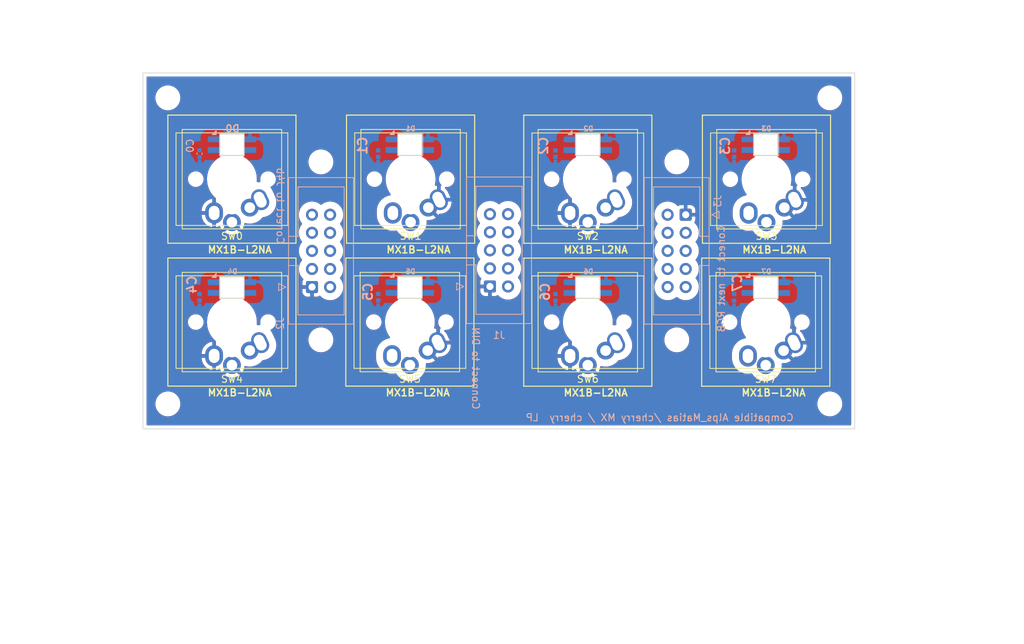
<source format=kicad_pcb>
(kicad_pcb (version 20221018) (generator pcbnew)
  (layers (0 "F.Cu" signal "Dessus.Cu") (31 "B.Cu" signal "Dessous.Cu") (34 "B.Paste" user "Dessous.Pate") (35 "F.Paste" user "Dessus.Pate") (36 "B.SilkS" user "Dessous.SilkS") (37 "F.SilkS" user "Dessus.SilkS") (38 "B.Mask" user "Dessous.Masque") (39 "F.Mask" user "Dessus.Masque") (44 "Edge.Cuts" user "Contours.Ci"))
  (net 0 "")
  (net 1 "GND")
  (net 3 "Net-(D0-DO)")
  (net 4 "Net-(D0-DI)")
  (net 5 "Net-(D1-DO)")
  (net 6 "Net-(D2-DO)")
  (net 7 "Net-(D3-DO)")
  (net 8 "Net-(D4-DO)")
  (net 9 "Net-(D5-DO)")
  (net 10 "Net-(D6-DO)")
  (net 11 "Net-(J1-D7)")
  (net 12 "Net-(J1-D6)")
  (net 13 "Net-(J1-D5)")
  (net 14 "Net-(J1-D4)")
  (net 15 "Net-(J1-D3)")
  (net 16 "Net-(J1-D2)")
  (net 17 "Net-(J1-D1)")
  (net 18 "+5V")
  (net 19 "Net-(J1-D0)")
  (net 34 "Net-(D7-DO)")
  (footprint "ksir 2022:SW_Alps_Matias_1.00u_cherry_LP" (layer "F.Cu") (at 98.6 201.92)
    (fp_text reference "SW1" (at 0 8 180) (layer "F.SilkS"))
    (fp_text value "CHERRY MX1B-52NA")
    (fp_text user "MX1B-L2NA" (at -3.5 10.5 unlocked) (layer "F.SilkS") (effects (font (thickness 0.2) bold) (justify left bottom)))
    (fp_line (start -9 -9) (end 9 -9) (stroke (width 0.1524)) (layer "F.SilkS"))
    (fp_line (start -9 9) (end -9 -9) (stroke (width 0.1524)) (layer "F.SilkS"))
    (fp_line (start -7.85 -6.5) (end -7.85 6.5) (stroke (width 0.12)) (layer "F.SilkS"))
    (fp_line (start -7.85 6.5) (end 7.85 6.5) (stroke (width 0.12)) (layer "F.SilkS"))
    (fp_line (start -6.985 -6.985) (end 6.985 -6.985) (stroke (width 0.12)) (layer "F.SilkS"))
    (fp_line (start -6.985 6.985) (end -6.985 -6.985) (stroke (width 0.12)) (layer "F.SilkS"))
    (fp_line (start 6.985 -6.985) (end 6.985 6.985) (stroke (width 0.12)) (layer "F.SilkS"))
    (fp_line (start 6.985 6.985) (end -6.985 6.985) (stroke (width 0.12)) (layer "F.SilkS"))
    (fp_line (start 7.85 -6.5) (end -7.85 -6.5) (stroke (width 0.12)) (layer "F.SilkS"))
    (fp_line (start 7.85 6.5) (end 7.85 -6.5) (stroke (width 0.12)) (layer "F.SilkS"))
    (fp_line (start 9 -9) (end 9 9) (stroke (width 0.1524)) (layer "F.SilkS"))
    (fp_line (start 9 9) (end -9 9) (stroke (width 0.1524)) (layer "F.SilkS"))
    (fp_rect (start -1.75 -6.4) (end 1.75 -3.3) (stroke (width 0.05)) (fill none) (layer "F.SilkS"))
    (pad "" np_thru_hole circle (at -5.08 0 180) (size 1.7 1.7) (drill 1.7) (layers "*.Cu" "*.Mask"))
    (pad "" np_thru_hole circle (at 0 0 180) (size 4 4) (drill 4) (layers "*.Cu" "*.Mask"))
    (pad "" np_thru_hole circle (at 0 0 180) (size 6.5 6.5) (drill 6.5) (layers "F&B.Cu" "*.Mask"))
    (pad "" np_thru_hole circle (at 0 3.7 180) (size 2.5 2.5) (drill 2.5) (layers "F&B.Cu" "*.Mask"))
    (pad "" np_thru_hole circle (at 5.08 0 180) (size 1.7 1.7) (drill 1.7) (layers "*.Cu" "*.Mask"))
    (pad "1" thru_hole oval (at -2.5 4.75 180) (size 2.5 3) (drill oval 1.5 2) (layers "*.Cu" "*.Mask") (net 17 "Net-(J1-D1)"))
    (pad "1" thru_hole circle (at 0 6.05 180) (size 2.5 2.5) (drill 1.5) (layers "*.Cu" "*.Mask") (net 17 "Net-(J1-D1)"))
    (pad "2" thru_hole circle (at 2.5 4 180) (size 2.5 2.5) (drill 1.5) (layers "*.Cu" "*.Mask") (net 1 "GND"))
    (pad "2" thru_hole oval (at 3.97 2.89 25) (size 2.2 3) (drill oval 1.5 2.3) (layers "*.Cu" "*.Mask") (net 1 "GND"))
  )
  (footprint "ksir 2022:SW_Alps_Matias_1.00u_cherry_LP" (layer "F.Cu") (at 123.5 222.01)
    (fp_text reference "SW6" (at 0 8 180) (layer "F.SilkS"))
    (fp_text value "CHERRY MX1B-52NA")
    (fp_text user "MX1B-L2NA" (at -3.5 10.5 unlocked) (layer "F.SilkS") (effects (font (thickness 0.2) bold) (justify left bottom)))
    (fp_line (start -9 -9) (end 9 -9) (stroke (width 0.1524)) (layer "F.SilkS"))
    (fp_line (start -9 9) (end -9 -9) (stroke (width 0.1524)) (layer "F.SilkS"))
    (fp_line (start -7.85 -6.5) (end -7.85 6.5) (stroke (width 0.12)) (layer "F.SilkS"))
    (fp_line (start -7.85 6.5) (end 7.85 6.5) (stroke (width 0.12)) (layer "F.SilkS"))
    (fp_line (start -6.985 -6.985) (end 6.985 -6.985) (stroke (width 0.12)) (layer "F.SilkS"))
    (fp_line (start -6.985 6.985) (end -6.985 -6.985) (stroke (width 0.12)) (layer "F.SilkS"))
    (fp_line (start 6.985 -6.985) (end 6.985 6.985) (stroke (width 0.12)) (layer "F.SilkS"))
    (fp_line (start 6.985 6.985) (end -6.985 6.985) (stroke (width 0.12)) (layer "F.SilkS"))
    (fp_line (start 7.85 -6.5) (end -7.85 -6.5) (stroke (width 0.12)) (layer "F.SilkS"))
    (fp_line (start 7.85 6.5) (end 7.85 -6.5) (stroke (width 0.12)) (layer "F.SilkS"))
    (fp_line (start 9 -9) (end 9 9) (stroke (width 0.1524)) (layer "F.SilkS"))
    (fp_line (start 9 9) (end -9 9) (stroke (width 0.1524)) (layer "F.SilkS"))
    (fp_rect (start -1.75 -6.4) (end 1.75 -3.3) (stroke (width 0.05)) (fill none) (layer "F.SilkS"))
    (pad "" np_thru_hole circle (at -5.08 0 180) (size 1.7 1.7) (drill 1.7) (layers "*.Cu" "*.Mask"))
    (pad "" np_thru_hole circle (at 0 0 180) (size 4 4) (drill 4) (layers "*.Cu" "*.Mask"))
    (pad "" np_thru_hole circle (at 0 0 180) (size 6.5 6.5) (drill 6.5) (layers "F&B.Cu" "*.Mask"))
    (pad "" np_thru_hole circle (at 0 3.7 180) (size 2.5 2.5) (drill 2.5) (layers "F&B.Cu" "*.Mask"))
    (pad "" np_thru_hole circle (at 5.08 0 180) (size 1.7 1.7) (drill 1.7) (layers "*.Cu" "*.Mask"))
    (pad "1" thru_hole oval (at -2.5 4.75 180) (size 2.5 3) (drill oval 1.5 2) (layers "*.Cu" "*.Mask") (net 1 "GND"))
    (pad "1" thru_hole circle (at 0 6.05 180) (size 2.5 2.5) (drill 1.5) (layers "*.Cu" "*.Mask") (net 1 "GND"))
    (pad "2" thru_hole circle (at 2.5 4 180) (size 2.5 2.5) (drill 1.5) (layers "*.Cu" "*.Mask") (net 12 "Net-(J1-D6)"))
    (pad "2" thru_hole oval (at 3.97 2.89 25) (size 2.2 3) (drill oval 1.5 2.3) (layers "*.Cu" "*.Mask") (net 12 "Net-(J1-D6)"))
  )
  (footprint "MountingHole:MountingHole_3mm" (layer "F.Cu") (at 86 199.5)
    (fp_text reference "H5" hide)
    (fp_text value "MountingHole")
    (pad "" np_thru_hole circle (at 0 0) (size 3 3) (drill 3) (layers "*.Cu" "*.Mask"))
  )
  (footprint "ksir 2022:SW_Alps_Matias_1.00u_cherry_LP" (layer "F.Cu") (at 98.5 222)
    (fp_text reference "SW5" (at 0 8 180) (layer "F.SilkS"))
    (fp_text value "CHERRY MX1B-52NA")
    (fp_text user "MX1B-L2NA" (at -3.5 10.5 unlocked) (layer "F.SilkS") (effects (font (thickness 0.2) bold) (justify left bottom)))
    (fp_line (start -9 -9) (end 9 -9) (stroke (width 0.1524)) (layer "F.SilkS"))
    (fp_line (start -9 9) (end -9 -9) (stroke (width 0.1524)) (layer "F.SilkS"))
    (fp_line (start -7.85 -6.5) (end -7.85 6.5) (stroke (width 0.12)) (layer "F.SilkS"))
    (fp_line (start -7.85 6.5) (end 7.85 6.5) (stroke (width 0.12)) (layer "F.SilkS"))
    (fp_line (start -6.985 -6.985) (end 6.985 -6.985) (stroke (width 0.12)) (layer "F.SilkS"))
    (fp_line (start -6.985 6.985) (end -6.985 -6.985) (stroke (width 0.12)) (layer "F.SilkS"))
    (fp_line (start 6.985 -6.985) (end 6.985 6.985) (stroke (width 0.12)) (layer "F.SilkS"))
    (fp_line (start 6.985 6.985) (end -6.985 6.985) (stroke (width 0.12)) (layer "F.SilkS"))
    (fp_line (start 7.85 -6.5) (end -7.85 -6.5) (stroke (width 0.12)) (layer "F.SilkS"))
    (fp_line (start 7.85 6.5) (end 7.85 -6.5) (stroke (width 0.12)) (layer "F.SilkS"))
    (fp_line (start 9 -9) (end 9 9) (stroke (width 0.1524)) (layer "F.SilkS"))
    (fp_line (start 9 9) (end -9 9) (stroke (width 0.1524)) (layer "F.SilkS"))
    (fp_rect (start -1.75 -6.4) (end 1.75 -3.3) (stroke (width 0.05)) (fill none) (layer "F.SilkS"))
    (pad "" np_thru_hole circle (at -5.08 0 180) (size 1.7 1.7) (drill 1.7) (layers "*.Cu" "*.Mask"))
    (pad "" np_thru_hole circle (at 0 0 180) (size 4 4) (drill 4) (layers "*.Cu" "*.Mask"))
    (pad "" np_thru_hole circle (at 0 0 180) (size 6.5 6.5) (drill 6.5) (layers "F&B.Cu" "*.Mask"))
    (pad "" np_thru_hole circle (at 0 3.7 180) (size 2.5 2.5) (drill 2.5) (layers "F&B.Cu" "*.Mask"))
    (pad "" np_thru_hole circle (at 5.08 0 180) (size 1.7 1.7) (drill 1.7) (layers "*.Cu" "*.Mask"))
    (pad "1" thru_hole oval (at -2.5 4.75 180) (size 2.5 3) (drill oval 1.5 2) (layers "*.Cu" "*.Mask") (net 13 "Net-(J1-D5)"))
    (pad "1" thru_hole circle (at 0 6.05 180) (size 2.5 2.5) (drill 1.5) (layers "*.Cu" "*.Mask") (net 13 "Net-(J1-D5)"))
    (pad "2" thru_hole circle (at 2.5 4 180) (size 2.5 2.5) (drill 1.5) (layers "*.Cu" "*.Mask") (net 1 "GND"))
    (pad "2" thru_hole oval (at 3.97 2.89 25) (size 2.2 3) (drill oval 1.5 2.3) (layers "*.Cu" "*.Mask") (net 1 "GND"))
  )
  (footprint "MountingHole:MountingHole_3mm" (layer "F.Cu") (at 136 224.5)
    (fp_text reference "H8" hide)
    (fp_text value "MountingHole")
    (pad "" np_thru_hole circle (at 0 0) (size 3 3) (drill 3) (layers "*.Cu" "*.Mask"))
  )
  (footprint "MountingHole:MountingHole_3mm" (layer "F.Cu") (at 136 199.5)
    (fp_text reference "H6" hide)
    (fp_text value "MountingHole")
    (pad "" np_thru_hole circle (at 0 0) (size 3 3) (drill 3) (layers "*.Cu" "*.Mask"))
  )
  (footprint "MountingHole:MountingHole_3mm" (layer "F.Cu") (at 86 224.5)
    (fp_text reference "H7" hide)
    (fp_text value "MountingHole")
    (pad "" np_thru_hole circle (at 0 0) (size 3 3) (drill 3) (layers "*.Cu" "*.Mask"))
  )
  (footprint "MountingHole:MountingHole_3mm" (layer "F.Cu") (at 64.5 190.5)
    (fp_text reference "H1" hide)
    (fp_text value "MountingHole")
    (pad "" np_thru_hole circle (at 0 0) (size 3 3) (drill 3) (layers "*.Cu" "*.Mask"))
  )
  (footprint "ksir 2022:SW_Alps_Matias_1.00u_cherry_LP" (layer "F.Cu") (at 73.5 201.92)
    (fp_text reference "SW0" (at 0 8 180) (layer "F.SilkS"))
    (fp_text value "CHERRY MX1B-52NA")
    (fp_text user "MX1B-L2NA" (at -3.5 10.5 unlocked) (layer "F.SilkS") (effects (font (thickness 0.2) bold) (justify left bottom)))
    (fp_line (start -9 -9) (end 9 -9) (stroke (width 0.1524)) (layer "F.SilkS"))
    (fp_line (start -9 9) (end -9 -9) (stroke (width 0.1524)) (layer "F.SilkS"))
    (fp_line (start -7.85 -6.5) (end -7.85 6.5) (stroke (width 0.12)) (layer "F.SilkS"))
    (fp_line (start -7.85 6.5) (end 7.85 6.5) (stroke (width 0.12)) (layer "F.SilkS"))
    (fp_line (start -6.985 -6.985) (end 6.985 -6.985) (stroke (width 0.12)) (layer "F.SilkS"))
    (fp_line (start -6.985 6.985) (end -6.985 -6.985) (stroke (width 0.12)) (layer "F.SilkS"))
    (fp_line (start 6.985 -6.985) (end 6.985 6.985) (stroke (width 0.12)) (layer "F.SilkS"))
    (fp_line (start 6.985 6.985) (end -6.985 6.985) (stroke (width 0.12)) (layer "F.SilkS"))
    (fp_line (start 7.85 -6.5) (end -7.85 -6.5) (stroke (width 0.12)) (layer "F.SilkS"))
    (fp_line (start 7.85 6.5) (end 7.85 -6.5) (stroke (width 0.12)) (layer "F.SilkS"))
    (fp_line (start 9 -9) (end 9 9) (stroke (width 0.1524)) (layer "F.SilkS"))
    (fp_line (start 9 9) (end -9 9) (stroke (width 0.1524)) (layer "F.SilkS"))
    (fp_rect (start -1.75 -6.4) (end 1.75 -3.3) (stroke (width 0.05)) (fill none) (layer "F.SilkS"))
    (pad "" np_thru_hole circle (at -5.08 0 180) (size 1.7 1.7) (drill 1.7) (layers "*.Cu" "*.Mask"))
    (pad "" np_thru_hole circle (at 0 0 180) (size 4 4) (drill 4) (layers "*.Cu" "*.Mask"))
    (pad "" np_thru_hole circle (at 0 0 180) (size 6.5 6.5) (drill 6.5) (layers "F&B.Cu" "*.Mask"))
    (pad "" np_thru_hole circle (at 0 3.7 180) (size 2.5 2.5) (drill 2.5) (layers "F&B.Cu" "*.Mask"))
    (pad "" np_thru_hole circle (at 5.08 0 180) (size 1.7 1.7) (drill 1.7) (layers "*.Cu" "*.Mask"))
    (pad "1" thru_hole oval (at -2.5 4.75 180) (size 2.5 3) (drill oval 1.5 2) (layers "*.Cu" "*.Mask") (net 1 "GND"))
    (pad "1" thru_hole circle (at 0 6.05 180) (size 2.5 2.5) (drill 1.5) (layers "*.Cu" "*.Mask") (net 1 "GND"))
    (pad "2" thru_hole circle (at 2.5 4 180) (size 2.5 2.5) (drill 1.5) (layers "*.Cu" "*.Mask") (net 19 "Net-(J1-D0)"))
    (pad "2" thru_hole oval (at 3.97 2.89 25) (size 2.2 3) (drill oval 1.5 2.3) (layers "*.Cu" "*.Mask") (net 19 "Net-(J1-D0)"))
  )
  (footprint "ksir 2022:SW_Alps_Matias_1.00u_cherry_LP" (layer "F.Cu") (at 148.5 222.01)
    (fp_text reference "SW7" (at 0 8 180) (layer "F.SilkS"))
    (fp_text value "CHERRY MX1B-52NA")
    (fp_text user "MX1B-L2NA" (at -3.5 10.5 unlocked) (layer "F.SilkS") (effects (font (thickness 0.2) bold) (justify left bottom)))
    (fp_line (start -9 -9) (end 9 -9) (stroke (width 0.1524)) (layer "F.SilkS"))
    (fp_line (start -9 9) (end -9 -9) (stroke (width 0.1524)) (layer "F.SilkS"))
    (fp_line (start -7.85 -6.5) (end -7.85 6.5) (stroke (width 0.12)) (layer "F.SilkS"))
    (fp_line (start -7.85 6.5) (end 7.85 6.5) (stroke (width 0.12)) (layer "F.SilkS"))
    (fp_line (start -6.985 -6.985) (end 6.985 -6.985) (stroke (width 0.12)) (layer "F.SilkS"))
    (fp_line (start -6.985 6.985) (end -6.985 -6.985) (stroke (width 0.12)) (layer "F.SilkS"))
    (fp_line (start 6.985 -6.985) (end 6.985 6.985) (stroke (width 0.12)) (layer "F.SilkS"))
    (fp_line (start 6.985 6.985) (end -6.985 6.985) (stroke (width 0.12)) (layer "F.SilkS"))
    (fp_line (start 7.85 -6.5) (end -7.85 -6.5) (stroke (width 0.12)) (layer "F.SilkS"))
    (fp_line (start 7.85 6.5) (end 7.85 -6.5) (stroke (width 0.12)) (layer "F.SilkS"))
    (fp_line (start 9 -9) (end 9 9) (stroke (width 0.1524)) (layer "F.SilkS"))
    (fp_line (start 9 9) (end -9 9) (stroke (width 0.1524)) (layer "F.SilkS"))
    (fp_rect (start -1.75 -6.4) (end 1.75 -3.3) (stroke (width 0.05)) (fill none) (layer "F.SilkS"))
    (pad "" np_thru_hole circle (at -5.08 0 180) (size 1.7 1.7) (drill 1.7) (layers "*.Cu" "*.Mask"))
    (pad "" np_thru_hole circle (at 0 0 180) (size 4 4) (drill 4) (layers "*.Cu" "*.Mask"))
    (pad "" np_thru_hole circle (at 0 0 180) (size 6.5 6.5) (drill 6.5) (layers "F&B.Cu" "*.Mask"))
    (pad "" np_thru_hole circle (at 0 3.7 180) (size 2.5 2.5) (drill 2.5) (layers "F&B.Cu" "*.Mask"))
    (pad "" np_thru_hole circle (at 5.08 0 180) (size 1.7 1.7) (drill 1.7) (layers "*.Cu" "*.Mask"))
    (pad "1" thru_hole oval (at -2.5 4.75 180) (size 2.5 3) (drill oval 1.5 2) (layers "*.Cu" "*.Mask") (net 11 "Net-(J1-D7)"))
    (pad "1" thru_hole circle (at 0 6.05 180) (size 2.5 2.5) (drill 1.5) (layers "*.Cu" "*.Mask") (net 11 "Net-(J1-D7)"))
    (pad "2" thru_hole circle (at 2.5 4 180) (size 2.5 2.5) (drill 1.5) (layers "*.Cu" "*.Mask") (net 1 "GND"))
    (pad "2" thru_hole oval (at 3.97 2.89 25) (size 2.2 3) (drill oval 1.5 2.3) (layers "*.Cu" "*.Mask") (net 1 "GND"))
  )
  (footprint "ksir 2022:SW_Alps_Matias_1.00u_cherry_LP" (layer "F.Cu") (at 123.5 201.93)
    (fp_text reference "SW2" (at 0 8 180) (layer "F.SilkS"))
    (fp_text value "CHERRY MX1B-52NA")
    (fp_text user "MX1B-L2NA" (at -3.5 10.5 unlocked) (layer "F.SilkS") (effects (font (thickness 0.2) bold) (justify left bottom)))
    (fp_line (start -9 -9) (end 9 -9) (stroke (width 0.1524)) (layer "F.SilkS"))
    (fp_line (start -9 9) (end -9 -9) (stroke (width 0.1524)) (layer "F.SilkS"))
    (fp_line (start -7.85 -6.5) (end -7.85 6.5) (stroke (width 0.12)) (layer "F.SilkS"))
    (fp_line (start -7.85 6.5) (end 7.85 6.5) (stroke (width 0.12)) (layer "F.SilkS"))
    (fp_line (start -6.985 -6.985) (end 6.985 -6.985) (stroke (width 0.12)) (layer "F.SilkS"))
    (fp_line (start -6.985 6.985) (end -6.985 -6.985) (stroke (width 0.12)) (layer "F.SilkS"))
    (fp_line (start 6.985 -6.985) (end 6.985 6.985) (stroke (width 0.12)) (layer "F.SilkS"))
    (fp_line (start 6.985 6.985) (end -6.985 6.985) (stroke (width 0.12)) (layer "F.SilkS"))
    (fp_line (start 7.85 -6.5) (end -7.85 -6.5) (stroke (width 0.12)) (layer "F.SilkS"))
    (fp_line (start 7.85 6.5) (end 7.85 -6.5) (stroke (width 0.12)) (layer "F.SilkS"))
    (fp_line (start 9 -9) (end 9 9) (stroke (width 0.1524)) (layer "F.SilkS"))
    (fp_line (start 9 9) (end -9 9) (stroke (width 0.1524)) (layer "F.SilkS"))
    (fp_rect (start -1.75 -6.4) (end 1.75 -3.3) (stroke (width 0.05)) (fill none) (layer "F.SilkS"))
    (pad "" np_thru_hole circle (at -5.08 0 180) (size 1.7 1.7) (drill 1.7) (layers "*.Cu" "*.Mask"))
    (pad "" np_thru_hole circle (at 0 0 180) (size 4 4) (drill 4) (layers "*.Cu" "*.Mask"))
    (pad "" np_thru_hole circle (at 0 0 180) (size 6.5 6.5) (drill 6.5) (layers "F&B.Cu" "*.Mask"))
    (pad "" np_thru_hole circle (at 0 3.7 180) (size 2.5 2.5) (drill 2.5) (layers "F&B.Cu" "*.Mask"))
    (pad "" np_thru_hole circle (at 5.08 0 180) (size 1.7 1.7) (drill 1.7) (layers "*.Cu" "*.Mask"))
    (pad "1" thru_hole oval (at -2.5 4.75 180) (size 2.5 3) (drill oval 1.5 2) (layers "*.Cu" "*.Mask") (net 1 "GND"))
    (pad "1" thru_hole circle (at 0 6.05 180) (size 2.5 2.5) (drill 1.5) (layers "*.Cu" "*.Mask") (net 1 "GND"))
    (pad "2" thru_hole circle (at 2.5 4 180) (size 2.5 2.5) (drill 1.5) (layers "*.Cu" "*.Mask") (net 16 "Net-(J1-D2)"))
    (pad "2" thru_hole oval (at 3.97 2.89 25) (size 2.2 3) (drill oval 1.5 2.3) (layers "*.Cu" "*.Mask") (net 16 "Net-(J1-D2)"))
  )
  (footprint "MountingHole:MountingHole_3mm" (layer "F.Cu") (at 157.5 233.5)
    (fp_text reference "H3" hide)
    (fp_text value "MountingHole")
    (pad "" np_thru_hole circle (at 0 0) (size 3 3) (drill 3) (layers "*.Cu" "*.Mask"))
  )
  (footprint "MountingHole:MountingHole_3mm" (layer "F.Cu") (at 157.5 190.5)
    (fp_text reference "H2" hide)
    (fp_text value "MountingHole")
    (pad "" np_thru_hole circle (at 0 0) (size 3 3) (drill 3) (layers "*.Cu" "*.Mask"))
  )
  (footprint "ksir 2022:SW_Alps_Matias_1.00u_cherry_LP" (layer "F.Cu") (at 73.5 222)
    (fp_text reference "SW4" (at 0 8 180) (layer "F.SilkS"))
    (fp_text value "CHERRY MX1B-52NA")
    (fp_text user "MX1B-L2NA" (at -3.5 10.5 unlocked) (layer "F.SilkS") (effects (font (thickness 0.2) bold) (justify left bottom)))
    (fp_line (start -9 -9) (end 9 -9) (stroke (width 0.1524)) (layer "F.SilkS"))
    (fp_line (start -9 9) (end -9 -9) (stroke (width 0.1524)) (layer "F.SilkS"))
    (fp_line (start -7.85 -6.5) (end -7.85 6.5) (stroke (width 0.12)) (layer "F.SilkS"))
    (fp_line (start -7.85 6.5) (end 7.85 6.5) (stroke (width 0.12)) (layer "F.SilkS"))
    (fp_line (start -6.985 -6.985) (end 6.985 -6.985) (stroke (width 0.12)) (layer "F.SilkS"))
    (fp_line (start -6.985 6.985) (end -6.985 -6.985) (stroke (width 0.12)) (layer "F.SilkS"))
    (fp_line (start 6.985 -6.985) (end 6.985 6.985) (stroke (width 0.12)) (layer "F.SilkS"))
    (fp_line (start 6.985 6.985) (end -6.985 6.985) (stroke (width 0.12)) (layer "F.SilkS"))
    (fp_line (start 7.85 -6.5) (end -7.85 -6.5) (stroke (width 0.12)) (layer "F.SilkS"))
    (fp_line (start 7.85 6.5) (end 7.85 -6.5) (stroke (width 0.12)) (layer "F.SilkS"))
    (fp_line (start 9 -9) (end 9 9) (stroke (width 0.1524)) (layer "F.SilkS"))
    (fp_line (start 9 9) (end -9 9) (stroke (width 0.1524)) (layer "F.SilkS"))
    (fp_rect (start -1.75 -6.4) (end 1.75 -3.3) (stroke (width 0.05)) (fill none) (layer "F.SilkS"))
    (pad "" np_thru_hole circle (at -5.08 0 180) (size 1.7 1.7) (drill 1.7) (layers "*.Cu" "*.Mask"))
    (pad "" np_thru_hole circle (at 0 0 180) (size 4 4) (drill 4) (layers "*.Cu" "*.Mask"))
    (pad "" np_thru_hole circle (at 0 0 180) (size 6.5 6.5) (drill 6.5) (layers "F&B.Cu" "*.Mask"))
    (pad "" np_thru_hole circle (at 0 3.7 180) (size 2.5 2.5) (drill 2.5) (layers "F&B.Cu" "*.Mask"))
    (pad "" np_thru_hole circle (at 5.08 0 180) (size 1.7 1.7) (drill 1.7) (layers "*.Cu" "*.Mask"))
    (pad "1" thru_hole oval (at -2.5 4.75 180) (size 2.5 3) (drill oval 1.5 2) (layers "*.Cu" "*.Mask") (net 1 "GND"))
    (pad "1" thru_hole circle (at 0 6.05 180) (size 2.5 2.5) (drill 1.5) (layers "*.Cu" "*.Mask") (net 1 "GND"))
    (pad "2" thru_hole circle (at 2.5 4 180) (size 2.5 2.5) (drill 1.5) (layers "*.Cu" "*.Mask") (net 14 "Net-(J1-D4)"))
    (pad "2" thru_hole oval (at 3.97 2.89 25) (size 2.2 3) (drill oval 1.5 2.3) (layers "*.Cu" "*.Mask") (net 14 "Net-(J1-D4)"))
  )
  (footprint "ksir 2022:SW_Alps_Matias_1.00u_cherry_LP" (layer "F.Cu") (at 148.6 201.93)
    (fp_text reference "SW3" (at 0 8 180) (layer "F.SilkS"))
    (fp_text value "CHERRY MX1B-52NA")
    (fp_text user "MX1B-L2NA" (at -3.5 10.5 unlocked) (layer "F.SilkS") (effects (font (thickness 0.2) bold) (justify left bottom)))
    (fp_line (start -9 -9) (end 9 -9) (stroke (width 0.1524)) (layer "F.SilkS"))
    (fp_line (start -9 9) (end -9 -9) (stroke (width 0.1524)) (layer "F.SilkS"))
    (fp_line (start -7.85 -6.5) (end -7.85 6.5) (stroke (width 0.12)) (layer "F.SilkS"))
    (fp_line (start -7.85 6.5) (end 7.85 6.5) (stroke (width 0.12)) (layer "F.SilkS"))
    (fp_line (start -6.985 -6.985) (end 6.985 -6.985) (stroke (width 0.12)) (layer "F.SilkS"))
    (fp_line (start -6.985 6.985) (end -6.985 -6.985) (stroke (width 0.12)) (layer "F.SilkS"))
    (fp_line (start 6.985 -6.985) (end 6.985 6.985) (stroke (width 0.12)) (layer "F.SilkS"))
    (fp_line (start 6.985 6.985) (end -6.985 6.985) (stroke (width 0.12)) (layer "F.SilkS"))
    (fp_line (start 7.85 -6.5) (end -7.85 -6.5) (stroke (width 0.12)) (layer "F.SilkS"))
    (fp_line (start 7.85 6.5) (end 7.85 -6.5) (stroke (width 0.12)) (layer "F.SilkS"))
    (fp_line (start 9 -9) (end 9 9) (stroke (width 0.1524)) (layer "F.SilkS"))
    (fp_line (start 9 9) (end -9 9) (stroke (width 0.1524)) (layer "F.SilkS"))
    (fp_rect (start -1.75 -6.4) (end 1.75 -3.3) (stroke (width 0.05)) (fill none) (layer "F.SilkS"))
    (pad "" np_thru_hole circle (at -5.08 0 180) (size 1.7 1.7) (drill 1.7) (layers "*.Cu" "*.Mask"))
    (pad "" np_thru_hole circle (at 0 0 180) (size 4 4) (drill 4) (layers "*.Cu" "*.Mask"))
    (pad "" np_thru_hole circle (at 0 0 180) (size 6.5 6.5) (drill 6.5) (layers "F&B.Cu" "*.Mask"))
    (pad "" np_thru_hole circle (at 0 3.7 180) (size 2.5 2.5) (drill 2.5) (layers "F&B.Cu" "*.Mask"))
    (pad "" np_thru_hole circle (at 5.08 0 180) (size 1.7 1.7) (drill 1.7) (layers "*.Cu" "*.Mask"))
    (pad "1" thru_hole oval (at -2.5 4.75 180) (size 2.5 3) (drill oval 1.5 2) (layers "*.Cu" "*.Mask") (net 15 "Net-(J1-D3)"))
    (pad "1" thru_hole circle (at 0 6.05 180) (size 2.5 2.5) (drill 1.5) (layers "*.Cu" "*.Mask") (net 15 "Net-(J1-D3)"))
    (pad "2" thru_hole circle (at 2.5 4 180) (size 2.5 2.5) (drill 1.5) (layers "*.Cu" "*.Mask") (net 1 "GND"))
    (pad "2" thru_hole oval (at 3.97 2.89 25) (size 2.2 3) (drill oval 1.5 2.3) (layers "*.Cu" "*.Mask") (net 1 "GND"))
  )
  (footprint "MountingHole:MountingHole_3mm" (layer "F.Cu") (at 64.5 233.5)
    (fp_text reference "H4" hide)
    (fp_text value "MountingHole")
    (pad "" np_thru_hole circle (at 0 0) (size 3 3) (drill 3) (layers "*.Cu" "*.Mask"))
  )
  (footprint "ksir 2022:SK6812-MINI-E" (layer "B.Cu") (at 148.5 217.16 180)
    (fp_text reference "D7" (at -0.08 2.25 unlocked) (layer "B.SilkS") (effects (font (size 0.7 0.7)) (justify mirror)))
    (fp_text value "SK6812MINI-E" hide)
    (fp_poly (pts (xy 2.8 1.4) (xy 2.2 1.4) (xy 2.2 2)) (stroke (width 0.1)) (fill solid) (layer "B.SilkS"))
    (fp_line (start -1.7 -1.5) (end -1.7 1.5) (stroke (width 0.12)) (layer "Edge.Cuts"))
    (fp_line (start -1.7 1.5) (end 1.7 1.5) (stroke (width 0.12)) (layer "Edge.Cuts"))
    (fp_line (start 1.7 -1.5) (end -1.7 -1.5) (stroke (width 0.12)) (layer "Edge.Cuts"))
    (fp_line (start 1.7 1.5) (end 1.7 -1.5) (stroke (width 0.12)) (layer "Edge.Cuts"))
    (pad "1" smd rect (at -2.55 -0.75 180) (size 1.7 0.82) (layers "B.Cu" "B.Paste" "B.Mask") (net 34 "Net-(D7-DO)"))
    (pad "2" smd rect (at -2.55 0.75 180) (size 1.7 0.82) (layers "B.Cu" "B.Paste" "B.Mask") (net 1 "GND"))
    (pad "3" smd roundrect (at 2.55 0.75 180) (size 1.7 0.82) (layers "B.Cu" "B.Paste" "B.Mask") (net 10 "Net-(D6-DO)"))
    (pad "4" smd rect (at 2.55 -0.75 180) (size 1.7 0.82) (layers "B.Cu" "B.Paste" "B.Mask") (net 18 "+5V"))
  )
  (footprint "ksir 2022:SK6812-MINI-E" (layer "B.Cu") (at 148.5 197.08 180)
    (fp_text reference "D3" (at -0.08 2.25 unlocked) (layer "B.SilkS") (effects (font (size 0.7 0.7)) (justify mirror)))
    (fp_text value "SK6812MINI-E" hide)
    (fp_poly (pts (xy 2.8 1.4) (xy 2.2 1.4) (xy 2.2 2)) (stroke (width 0.1)) (fill solid) (layer "B.SilkS"))
    (fp_line (start -1.7 -1.5) (end -1.7 1.5) (stroke (width 0.12)) (layer "Edge.Cuts"))
    (fp_line (start -1.7 1.5) (end 1.7 1.5) (stroke (width 0.12)) (layer "Edge.Cuts"))
    (fp_line (start 1.7 -1.5) (end -1.7 -1.5) (stroke (width 0.12)) (layer "Edge.Cuts"))
    (fp_line (start 1.7 1.5) (end 1.7 -1.5) (stroke (width 0.12)) (layer "Edge.Cuts"))
    (pad "1" smd rect (at -2.55 -0.75 180) (size 1.7 0.82) (layers "B.Cu" "B.Paste" "B.Mask") (net 7 "Net-(D3-DO)"))
    (pad "2" smd rect (at -2.55 0.75 180) (size 1.7 0.82) (layers "B.Cu" "B.Paste" "B.Mask") (net 1 "GND"))
    (pad "3" smd roundrect (at 2.55 0.75 180) (size 1.7 0.82) (layers "B.Cu" "B.Paste" "B.Mask") (net 6 "Net-(D2-DO)"))
    (pad "4" smd rect (at 2.55 -0.75 180) (size 1.7 0.82) (layers "B.Cu" "B.Paste" "B.Mask") (net 18 "+5V"))
  )
  (footprint "ksir 2022:CAPC1005X55N" (layer "B.Cu") (at 118.95 218.52 90)
    (fp_text reference "C6" (at 0.76 -1.45 270) (layer "B.SilkS") (effects (font (size 1.27 1.27) (thickness 0.254)) (justify mirror)))
    (fp_text value "100nf" hide)
    (pad "1" smd rect (at -0.46 0 90) (size 0.6 0.62) (layers "B.Cu" "B.Paste" "B.Mask") (net 1 "GND"))
    (pad "2" smd rect (at 0.46 0 90) (size 0.6 0.62) (layers "B.Cu" "B.Paste" "B.Mask") (net 18 "+5V"))
  )
  (footprint "ksir 2022:CAPC1005X55N" (layer "B.Cu") (at 68.945 218.51 90)
    (fp_text reference "C4" (at 1.76 -1.07 270) (layer "B.SilkS") (effects (font (size 1.27 1.27) (thickness 0.254)) (justify mirror)))
    (fp_text value "100nf" hide)
    (pad "1" smd rect (at -0.46 0 90) (size 0.6 0.62) (layers "B.Cu" "B.Paste" "B.Mask") (net 1 "GND"))
    (pad "2" smd rect (at 0.46 0 90) (size 0.6 0.62) (layers "B.Cu" "B.Paste" "B.Mask") (net 18 "+5V"))
  )
  (footprint "Connector_IDC:IDC-Header_2x05_P2.54mm_Vertical" (layer "B.Cu") (at 84.75 217.08)
    (fp_text reference "J2" (at -4.46 5.13 -90) (layer "B.SilkS") (effects (justify mirror)))
    (fp_text value "IDC-Header_2x05_P2.54mm_Vertical")
    (fp_text user "Conect to J4b" (at -4.46 -11.39 -90 unlocked) (layer "B.SilkS") (effects (justify mirror)))
    (fp_line (start -4.68 -0.5) (end -3.68 0) (stroke (width 0.12)) (layer "B.SilkS"))
    (fp_line (start -4.68 0.5) (end -4.68 -0.5) (stroke (width 0.12)) (layer "B.SilkS"))
    (fp_line (start -3.68 0) (end -4.68 0.5) (stroke (width 0.12)) (layer "B.SilkS"))
    (fp_line (start -3.29 -15.37) (end -3.29 5.21) (stroke (width 0.12)) (layer "B.SilkS"))
    (fp_line (start -3.29 -3.03) (end -1.98 -3.03) (stroke (width 0.12)) (layer "B.SilkS"))
    (fp_line (start -3.29 5.21) (end 5.83 5.21) (stroke (width 0.12)) (layer "B.SilkS"))
    (fp_line (start -1.98 -14.07) (end -1.98 -7.13) (stroke (width 0.12)) (layer "B.SilkS"))
    (fp_line (start -1.98 -7.13) (end -3.29 -7.13) (stroke (width 0.12)) (layer "B.SilkS"))
    (fp_line (start -1.98 -7.13) (end -1.98 -7.13) (stroke (width 0.12)) (layer "B.SilkS"))
    (fp_line (start -1.98 -3.03) (end -1.98 3.91) (stroke (width 0.12)) (layer "B.SilkS"))
    (fp_line (start -1.98 3.91) (end 4.52 3.91) (stroke (width 0.12)) (layer "B.SilkS"))
    (fp_line (start 4.52 -14.07) (end -1.98 -14.07) (stroke (width 0.12)) (layer "B.SilkS"))
    (fp_line (start 4.52 3.91) (end 4.52 -14.07) (stroke (width 0.12)) (layer "B.SilkS"))
    (fp_line (start 5.83 -15.37) (end -3.29 -15.37) (stroke (width 0.12)) (layer "B.SilkS"))
    (fp_line (start 5.83 5.21) (end 5.83 -15.37) (stroke (width 0.12)) (layer "B.SilkS"))
    (pad "1" thru_hole roundrect (at 0 0) (size 1.7 1.7) (drill 1) (layers "*.Cu" "*.Mask") (roundrect_rratio 0.1470588235) (net 1 "GND"))
    (pad "2" thru_hole circle (at 2.54 0) (size 1.7 1.7) (drill 1) (layers "*.Cu" "*.Mask"))
    (pad "3" thru_hole circle (at 0 -2.54) (size 1.7 1.7) (drill 1) (layers "*.Cu" "*.Mask"))
    (pad "4" thru_hole circle (at 2.54 -2.54) (size 1.7 1.7) (drill 1) (layers "*.Cu" "*.Mask"))
    (pad "5" thru_hole circle (at 0 -5.08) (size 1.7 1.7) (drill 1) (layers "*.Cu" "*.Mask"))
    (pad "6" thru_hole circle (at 2.54 -5.08) (size 1.7 1.7) (drill 1) (layers "*.Cu" "*.Mask") (net 4 "Net-(D0-DI)"))
    (pad "7" thru_hole circle (at 0 -7.62) (size 1.7 1.7) (drill 1) (layers "*.Cu" "*.Mask"))
    (pad "8" thru_hole circle (at 2.54 -7.62) (size 1.7 1.7) (drill 1) (layers "*.Cu" "*.Mask"))
    (pad "9" thru_hole circle (at 0 -10.16) (size 1.7 1.7) (drill 1) (layers "*.Cu" "*.Mask"))
    (pad "10" thru_hole circle (at 2.54 -10.16) (size 1.7 1.7) (drill 1) (layers "*.Cu" "*.Mask") (net 18 "+5V"))
  )
  (footprint "Connector_IDC:IDC-Header_2x05_P2.54mm_Vertical" (layer "B.Cu") (at 137.2525 206.92 180)
    (fp_text reference "J3" (at -4.4975 1.92 90) (layer "B.SilkS") (effects (justify mirror)))
    (fp_text value "IDC-Header_2x05_P2.54mm_Vertical")
    (fp_text user "Conect to next RGB" (at -5 -9 90 unlocked) (layer "B.SilkS") (effects (justify mirror)))
    (fp_line (start -4.68 -0.5) (end -3.68 0) (stroke (width 0.12)) (layer "B.SilkS"))
    (fp_line (start -4.68 0.5) (end -4.68 -0.5) (stroke (width 0.12)) (layer "B.SilkS"))
    (fp_line (start -3.68 0) (end -4.68 0.5) (stroke (width 0.12)) (layer "B.SilkS"))
    (fp_line (start -3.29 -15.37) (end -3.29 5.21) (stroke (width 0.12)) (layer "B.SilkS"))
    (fp_line (start -3.29 -3.03) (end -1.98 -3.03) (stroke (width 0.12)) (layer "B.SilkS"))
    (fp_line (start -3.29 5.21) (end 5.83 5.21) (stroke (width 0.12)) (layer "B.SilkS"))
    (fp_line (start -1.98 -14.07) (end -1.98 -7.13) (stroke (width 0.12)) (layer "B.SilkS"))
    (fp_line (start -1.98 -7.13) (end -3.29 -7.13) (stroke (width 0.12)) (layer "B.SilkS"))
    (fp_line (start -1.98 -7.13) (end -1.98 -7.13) (stroke (width 0.12)) (layer "B.SilkS"))
    (fp_line (start -1.98 -3.03) (end -1.98 3.91) (stroke (width 0.12)) (layer "B.SilkS"))
    (fp_line (start -1.98 3.91) (end 4.52 3.91) (stroke (width 0.12)) (layer "B.SilkS"))
    (fp_line (start 4.52 -14.07) (end -1.98 -14.07) (stroke (width 0.12)) (layer "B.SilkS"))
    (fp_line (start 4.52 3.91) (end 4.52 -14.07) (stroke (width 0.12)) (layer "B.SilkS"))
    (fp_line (start 5.83 -15.37) (end -3.29 -15.37) (stroke (width 0.12)) (layer "B.SilkS"))
    (fp_line (start 5.83 5.21) (end 5.83 -15.37) (stroke (width 0.12)) (layer "B.SilkS"))
    (pad "1" thru_hole roundrect (at 0 0 180) (size 1.7 1.7) (drill 1) (layers "*.Cu" "*.Mask") (roundrect_rratio 0.1470588235) (net 1 "GND"))
    (pad "2" thru_hole circle (at 2.54 0 180) (size 1.7 1.7) (drill 1) (layers "*.Cu" "*.Mask"))
    (pad "3" thru_hole circle (at 0 -2.54 180) (size 1.7 1.7) (drill 1) (layers "*.Cu" "*.Mask"))
    (pad "4" thru_hole circle (at 2.54 -2.54 180) (size 1.7 1.7) (drill 1) (layers "*.Cu" "*.Mask"))
    (pad "5" thru_hole circle (at 0 -5.08 180) (size 1.7 1.7) (drill 1) (layers "*.Cu" "*.Mask"))
    (pad "6" thru_hole circle (at 2.54 -5.08 180) (size 1.7 1.7) (drill 1) (layers "*.Cu" "*.Mask") (net 34 "Net-(D7-DO)"))
    (pad "7" thru_hole circle (at 0 -7.62 180) (size 1.7 1.7) (drill 1) (layers "*.Cu" "*.Mask"))
    (pad "8" thru_hole circle (at 2.54 -7.62 180) (size 1.7 1.7) (drill 1) (layers "*.Cu" "*.Mask"))
    (pad "9" thru_hole circle (at 0 -10.16 180) (size 1.7 1.7) (drill 1) (layers "*.Cu" "*.Mask"))
    (pad "10" thru_hole circle (at 2.54 -10.16 180) (size 1.7 1.7) (drill 1) (layers "*.Cu" "*.Mask") (net 18 "+5V"))
  )
  (footprint "ksir 2022:SK6812-MINI-E" (layer "B.Cu") (at 73.5 217.15 180)
    (fp_text reference "D4" (at -0.08 2.25 unlocked) (layer "B.SilkS") (effects (font (size 0.7 0.7)) (justify mirror)))
    (fp_text value "SK6812MINI-E" hide)
    (fp_poly (pts (xy 2.8 1.4) (xy 2.2 1.4) (xy 2.2 2)) (stroke (width 0.1)) (fill solid) (layer "B.SilkS"))
    (fp_line (start -1.7 -1.5) (end -1.7 1.5) (stroke (width 0.12)) (layer "Edge.Cuts"))
    (fp_line (start -1.7 1.5) (end 1.7 1.5) (stroke (width 0.12)) (layer "Edge.Cuts"))
    (fp_line (start 1.7 -1.5) (end -1.7 -1.5) (stroke (width 0.12)) (layer "Edge.Cuts"))
    (fp_line (start 1.7 1.5) (end 1.7 -1.5) (stroke (width 0.12)) (layer "Edge.Cuts"))
    (pad "1" smd rect (at -2.55 -0.75 180) (size 1.7 0.82) (layers "B.Cu" "B.Paste" "B.Mask") (net 8 "Net-(D4-DO)"))
    (pad "2" smd rect (at -2.55 0.75 180) (size 1.7 0.82) (layers "B.Cu" "B.Paste" "B.Mask") (net 1 "GND"))
    (pad "3" smd roundrect (at 2.55 0.75 180) (size 1.7 0.82) (layers "B.Cu" "B.Paste" "B.Mask") (net 7 "Net-(D3-DO)"))
    (pad "4" smd rect (at 2.55 -0.75 180) (size 1.7 0.82) (layers "B.Cu" "B.Paste" "B.Mask") (net 18 "+5V"))
  )
  (footprint "ksir 2022:SK6812-MINI-E" (layer "B.Cu") (at 123.5 197.09 180)
    (fp_text reference "D2" (at -0.08 2.25 unlocked) (layer "B.SilkS") (effects (font (size 0.7 0.7)) (justify mirror)))
    (fp_text value "SK6812MINI-E" hide)
    (fp_poly (pts (xy 2.8 1.4) (xy 2.2 1.4) (xy 2.2 2)) (stroke (width 0.1)) (fill solid) (layer "B.SilkS"))
    (fp_line (start -1.7 -1.5) (end -1.7 1.5) (stroke (width 0.12)) (layer "Edge.Cuts"))
    (fp_line (start -1.7 1.5) (end 1.7 1.5) (stroke (width 0.12)) (layer "Edge.Cuts"))
    (fp_line (start 1.7 -1.5) (end -1.7 -1.5) (stroke (width 0.12)) (layer "Edge.Cuts"))
    (fp_line (start 1.7 1.5) (end 1.7 -1.5) (stroke (width 0.12)) (layer "Edge.Cuts"))
    (pad "1" smd rect (at -2.55 -0.75 180) (size 1.7 0.82) (layers "B.Cu" "B.Paste" "B.Mask") (net 6 "Net-(D2-DO)"))
    (pad "2" smd rect (at -2.55 0.75 180) (size 1.7 0.82) (layers "B.Cu" "B.Paste" "B.Mask") (net 1 "GND"))
    (pad "3" smd roundrect (at 2.55 0.75 180) (size 1.7 0.82) (layers "B.Cu" "B.Paste" "B.Mask") (net 5 "Net-(D1-DO)"))
    (pad "4" smd rect (at 2.55 -0.75 180) (size 1.7 0.82) (layers "B.Cu" "B.Paste" "B.Mask") (net 18 "+5V"))
  )
  (footprint "ksir 2022:SK6812-MINI-E" (layer "B.Cu") (at 123.5 217.16 180)
    (fp_text reference "D6" (at -0.08 2.25 unlocked) (layer "B.SilkS") (effects (font (size 0.7 0.7)) (justify mirror)))
    (fp_text value "SK6812MINI-E" hide)
    (fp_poly (pts (xy 2.8 1.4) (xy 2.2 1.4) (xy 2.2 2)) (stroke (width 0.1)) (fill solid) (layer "B.SilkS"))
    (fp_line (start -1.7 -1.5) (end -1.7 1.5) (stroke (width 0.12)) (layer "Edge.Cuts"))
    (fp_line (start -1.7 1.5) (end 1.7 1.5) (stroke (width 0.12)) (layer "Edge.Cuts"))
    (fp_line (start 1.7 -1.5) (end -1.7 -1.5) (stroke (width 0.12)) (layer "Edge.Cuts"))
    (fp_line (start 1.7 1.5) (end 1.7 -1.5) (stroke (width 0.12)) (layer "Edge.Cuts"))
    (pad "1" smd rect (at -2.55 -0.75 180) (size 1.7 0.82) (layers "B.Cu" "B.Paste" "B.Mask") (net 10 "Net-(D6-DO)"))
    (pad "2" smd rect (at -2.55 0.75 180) (size 1.7 0.82) (layers "B.Cu" "B.Paste" "B.Mask") (net 1 "GND"))
    (pad "3" smd roundrect (at 2.55 0.75 180) (size 1.7 0.82) (layers "B.Cu" "B.Paste" "B.Mask") (net 9 "Net-(D5-DO)"))
    (pad "4" smd rect (at 2.55 -0.75 180) (size 1.7 0.82) (layers "B.Cu" "B.Paste" "B.Mask") (net 18 "+5V"))
  )
  (footprint "Connector_IDC:IDC-Header_2x05_P2.54mm_Vertical" (layer "B.Cu") (at 109.75 217)
    (fp_text reference "J1" (at 1.27 6.85) (layer "B.SilkS") (effects (justify mirror)))
    (fp_text value "IDC-Header_2x05_P2.54mm_Vertical")
    (fp_text user "Connect to DIN" (at -2 11.5 -90 unlocked) (layer "B.SilkS") (effects (justify mirror)))
    (fp_line (start -4.68 -0.5) (end -3.68 0) (stroke (width 0.12)) (layer "B.SilkS"))
    (fp_line (start -4.68 0.5) (end -4.68 -0.5) (stroke (width 0.12)) (layer "B.SilkS"))
    (fp_line (start -3.68 0) (end -4.68 0.5) (stroke (width 0.12)) (layer "B.SilkS"))
    (fp_line (start -3.29 -15.37) (end -3.29 5.21) (stroke (width 0.12)) (layer "B.SilkS"))
    (fp_line (start -3.29 -3.03) (end -1.98 -3.03) (stroke (width 0.12)) (layer "B.SilkS"))
    (fp_line (start -3.29 5.21) (end 5.83 5.21) (stroke (width 0.12)) (layer "B.SilkS"))
    (fp_line (start -1.98 -14.07) (end -1.98 -7.13) (stroke (width 0.12)) (layer "B.SilkS"))
    (fp_line (start -1.98 -7.13) (end -3.29 -7.13) (stroke (width 0.12)) (layer "B.SilkS"))
    (fp_line (start -1.98 -7.13) (end -1.98 -7.13) (stroke (width 0.12)) (layer "B.SilkS"))
    (fp_line (start -1.98 -3.03) (end -1.98 3.91) (stroke (width 0.12)) (layer "B.SilkS"))
    (fp_line (start -1.98 3.91) (end 4.52 3.91) (stroke (width 0.12)) (layer "B.SilkS"))
    (fp_line (start 4.52 -14.07) (end -1.98 -14.07) (stroke (width 0.12)) (layer "B.SilkS"))
    (fp_line (start 4.52 3.91) (end 4.52 -14.07) (stroke (width 0.12)) (layer "B.SilkS"))
    (fp_line (start 5.83 -15.37) (end -3.29 -15.37) (stroke (width 0.12)) (layer "B.SilkS"))
    (fp_line (start 5.83 5.21) (end 5.83 -15.37) (stroke (width 0.12)) (layer "B.SilkS"))
    (pad "1" thru_hole roundrect (at 0 0) (size 1.7 1.7) (drill 1) (layers "*.Cu" "*.Mask") (roundrect_rratio 0.1470588235) (net 1 "GND"))
    (pad "2" thru_hole circle (at 2.54 0) (size 1.7 1.7) (drill 1) (layers "*.Cu" "*.Mask"))
    (pad "3" thru_hole circle (at 0 -2.54) (size 1.7 1.7) (drill 1) (layers "*.Cu" "*.Mask") (net 11 "Net-(J1-D7)"))
    (pad "4" thru_hole circle (at 2.54 -2.54) (size 1.7 1.7) (drill 1) (layers "*.Cu" "*.Mask") (net 12 "Net-(J1-D6)"))
    (pad "5" thru_hole circle (at 0 -5.08) (size 1.7 1.7) (drill 1) (layers "*.Cu" "*.Mask") (net 13 "Net-(J1-D5)"))
    (pad "6" thru_hole circle (at 2.54 -5.08) (size 1.7 1.7) (drill 1) (layers "*.Cu" "*.Mask") (net 14 "Net-(J1-D4)"))
    (pad "7" thru_hole circle (at 0 -7.62) (size 1.7 1.7) (drill 1) (layers "*.Cu" "*.Mask") (net 15 "Net-(J1-D3)"))
    (pad "8" thru_hole circle (at 2.54 -7.62) (size 1.7 1.7) (drill 1) (layers "*.Cu" "*.Mask") (net 16 "Net-(J1-D2)"))
    (pad "9" thru_hole circle (at 0 -10.16) (size 1.7 1.7) (drill 1) (layers "*.Cu" "*.Mask") (net 17 "Net-(J1-D1)"))
    (pad "10" thru_hole circle (at 2.54 -10.16) (size 1.7 1.7) (drill 1) (layers "*.Cu" "*.Mask") (net 19 "Net-(J1-D0)"))
  )
  (footprint "ksir 2022:CAPC1005X55N" (layer "B.Cu") (at 144.05 198.35 90)
    (fp_text reference "C3" (at 1.11 -1.25 270) (layer "B.SilkS") (effects (font (size 1.27 1.27) (thickness 0.254)) (justify mirror)))
    (fp_text value "100nf" hide)
    (pad "1" smd rect (at -0.46 0 90) (size 0.6 0.62) (layers "B.Cu" "B.Paste" "B.Mask") (net 1 "GND"))
    (pad "2" smd rect (at 0.46 0 90) (size 0.6 0.62) (layers "B.Cu" "B.Paste" "B.Mask") (net 18 "+5V"))
  )
  (footprint "ksir 2022:CAPC1005X55N" (layer "B.Cu") (at 94.05 218.51 90)
    (fp_text reference "C5" (at 0.76 -1.45 270) (layer "B.SilkS") (effects (font (size 1.27 1.27) (thickness 0.254)) (justify mirror)))
    (fp_text value "100nf" hide)
    (pad "1" smd rect (at -0.46 0 90) (size 0.6 0.62) (layers "B.Cu" "B.Paste" "B.Mask") (net 1 "GND"))
    (pad "2" smd rect (at 0.46 0 90) (size 0.6 0.62) (layers "B.Cu" "B.Paste" "B.Mask") (net 18 "+5V"))
  )
  (footprint "ksir 2022:SK6812-MINI-E" (layer "B.Cu") (at 98.5 197.08 180)
    (fp_text reference "D1" (at -0.08 2.25 unlocked) (layer "B.SilkS") (effects (font (size 0.7 0.7)) (justify mirror)))
    (fp_text value "SK6812MINI-E" hide)
    (fp_poly (pts (xy 2.8 1.4) (xy 2.2 1.4) (xy 2.2 2)) (stroke (width 0.1)) (fill solid) (layer "B.SilkS"))
    (fp_line (start -1.7 -1.5) (end -1.7 1.5) (stroke (width 0.12)) (layer "Edge.Cuts"))
    (fp_line (start -1.7 1.5) (end 1.7 1.5) (stroke (width 0.12)) (layer "Edge.Cuts"))
    (fp_line (start 1.7 -1.5) (end -1.7 -1.5) (stroke (width 0.12)) (layer "Edge.Cuts"))
    (fp_line (start 1.7 1.5) (end 1.7 -1.5) (stroke (width 0.12)) (layer "Edge.Cuts"))
    (pad "1" smd rect (at -2.55 -0.75 180) (size 1.7 0.82) (layers "B.Cu" "B.Paste" "B.Mask") (net 5 "Net-(D1-DO)"))
    (pad "2" smd rect (at -2.55 0.75 180) (size 1.7 0.82) (layers "B.Cu" "B.Paste" "B.Mask") (net 1 "GND"))
    (pad "3" smd roundrect (at 2.55 0.75 180) (size 1.7 0.82) (layers "B.Cu" "B.Paste" "B.Mask") (net 3 "Net-(D0-DO)"))
    (pad "4" smd rect (at 2.55 -0.75 180) (size 1.7 0.82) (layers "B.Cu" "B.Paste" "B.Mask") (net 18 "+5V"))
  )
  (footprint "ksir 2022:SK6812-MINI-E" (layer "B.Cu") (at 73.5 197.08 180)
    (fp_text reference "D0" (at -0.08 2.25 unlocked) (layer "B.SilkS") (effects (font (thickness 0.2) bold) (justify mirror)))
    (fp_text value "SK6812MINI-E" hide)
    (fp_poly (pts (xy 2.8 1.4) (xy 2.2 1.4) (xy 2.2 2)) (stroke (width 0.1)) (fill solid) (layer "B.SilkS"))
    (fp_line (start -1.7 -1.5) (end -1.7 1.5) (stroke (width 0.12)) (layer "Edge.Cuts"))
    (fp_line (start -1.7 1.5) (end 1.7 1.5) (stroke (width 0.12)) (layer "Edge.Cuts"))
    (fp_line (start 1.7 -1.5) (end -1.7 -1.5) (stroke (width 0.12)) (layer "Edge.Cuts"))
    (fp_line (start 1.7 1.5) (end 1.7 -1.5) (stroke (width 0.12)) (layer "Edge.Cuts"))
    (pad "1" smd rect (at -2.55 -0.75 180) (size 1.7 0.82) (layers "B.Cu" "B.Paste" "B.Mask") (net 3 "Net-(D0-DO)"))
    (pad "2" smd rect (at -2.55 0.75 180) (size 1.7 0.82) (layers "B.Cu" "B.Paste" "B.Mask") (net 1 "GND"))
    (pad "3" smd roundrect (at 2.55 0.75 180) (size 1.7 0.82) (layers "B.Cu" "B.Paste" "B.Mask") (net 4 "Net-(D0-DI)"))
    (pad "4" smd rect (at 2.55 -0.75 180) (size 1.7 0.82) (layers "B.Cu" "B.Paste" "B.Mask") (net 18 "+5V"))
  )
  (footprint "ksir 2022:CAPC1005X55N" (layer "B.Cu") (at 144.05 218.52 90)
    (fp_text reference "C7" (at 2.02 0.45 270) (layer "B.SilkS") (effects (font (size 1.27 1.27) (thickness 0.254)) (justify mirror)))
    (fp_text value "100nf" hide)
    (pad "1" smd rect (at -0.46 0 90) (size 0.6 0.62) (layers "B.Cu" "B.Paste" "B.Mask") (net 1 "GND"))
    (pad "2" smd rect (at 0.46 0 90) (size 0.6 0.62) (layers "B.Cu" "B.Paste" "B.Mask") (net 18 "+5V"))
  )
  (footprint "Capacitor_SMD:C_0402_1005Metric" (layer "B.Cu") (at 68.945 198.34 90)
    (fp_text reference "C0" (at 1.11 -1.32 90) (layer "B.SilkS") (effects (justify mirror)))
    (fp_text value "100nf")
    (fp_line (start -0.107836 -0.36) (end 0.107836 -0.36) (stroke (width 0.12)) (layer "B.SilkS"))
    (fp_line (start -0.107836 0.36) (end 0.107836 0.36) (stroke (width 0.12)) (layer "B.SilkS"))
    (pad "1" smd roundrect (at -0.48 0 90) (size 0.56 0.62) (layers "B.Cu" "B.Paste" "B.Mask") (net 1 "GND"))
    (pad "2" smd roundrect (at 0.48 0 90) (size 0.56 0.62) (layers "B.Cu" "B.Paste" "B.Mask") (net 18 "+5V"))
  )
  (footprint "ksir 2022:CAPC1005X55N" (layer "B.Cu") (at 94.05 198.34 90)
    (fp_text reference "C1" (at 1.11 -2.2 270) (layer "B.SilkS") (effects (font (size 1.27 1.27) (thickness 0.254)) (justify mirror)))
    (fp_text value "100nf" hide)
    (pad "1" smd rect (at -0.46 0 90) (size 0.6 0.62) (layers "B.Cu" "B.Paste" "B.Mask") (net 1 "GND"))
    (pad "2" smd rect (at 0.46 0 90) (size 0.6 0.62) (layers "B.Cu" "B.Paste" "B.Mask") (net 18 "+5V"))
  )
  (footprint "ksir 2022:SK6812-MINI-E" (layer "B.Cu") (at 98.5 217.15 180)
    (fp_text reference "D5" (at -0.08 2.25 unlocked) (layer "B.SilkS") (effects (font (size 0.7 0.7)) (justify mirror)))
    (fp_text value "SK6812MINI-E" hide)
    (fp_poly (pts (xy 2.8 1.4) (xy 2.2 1.4) (xy 2.2 2)) (stroke (width 0.1)) (fill solid) (layer "B.SilkS"))
    (fp_line (start -1.7 -1.5) (end -1.7 1.5) (stroke (width 0.12)) (layer "Edge.Cuts"))
    (fp_line (start -1.7 1.5) (end 1.7 1.5) (stroke (width 0.12)) (layer "Edge.Cuts"))
    (fp_line (start 1.7 -1.5) (end -1.7 -1.5) (stroke (width 0.12)) (layer "Edge.Cuts"))
    (fp_line (start 1.7 1.5) (end 1.7 -1.5) (stroke (width 0.12)) (layer "Edge.Cuts"))
    (pad "1" smd rect (at -2.55 -0.75 180) (size 1.7 0.82) (layers "B.Cu" "B.Paste" "B.Mask") (net 9 "Net-(D5-DO)"))
    (pad "2" smd rect (at -2.55 0.75 180) (size 1.7 0.82) (layers "B.Cu" "B.Paste" "B.Mask") (net 1 "GND"))
    (pad "3" smd roundrect (at 2.55 0.75 180) (size 1.7 0.82) (layers "B.Cu" "B.Paste" "B.Mask") (net 8 "Net-(D4-DO)"))
    (pad "4" smd rect (at 2.55 -0.75 180) (size 1.7 0.82) (layers "B.Cu" "B.Paste" "B.Mask") (net 18 "+5V"))
  )
  (footprint "ksir 2022:CAPC1005X55N" (layer "B.Cu") (at 118.95 198.35 90)
    (fp_text reference "C2" (at 1.11 -1.7 270) (layer "B.SilkS") (effects (font (size 1.27 1.27) (thickness 0.254)) (justify mirror)))
    (fp_text value "100nf" hide)
    (pad "1" smd rect (at -0.46 0 90) (size 0.6 0.62) (layers "B.Cu" "B.Paste" "B.Mask") (net 1 "GND"))
    (pad "2" smd rect (at 0.46 0 90) (size 0.6 0.62) (layers "B.Cu" "B.Paste" "B.Mask") (net 18 "+5V"))
  )
  (gr_poly (pts (xy 161 237) (xy 61 237) (xy 61 187) (xy 161 187)) (stroke (width 0.1)) (fill none) (layer "Edge.Cuts"))
  (gr_text "Compatible Alps_Matias /cherry MX / cherry  LP" (at 152.5 236) (layer "B.SilkS") (effects (font (size 1 1)) (justify left bottom mirror)))
  (zone (net 1) (net_name "GND") (layers "F&B.Cu") (connect_pads (clearance 1)) (min_thickness 0.254) (fill yes (thermal_gap 0.508) (thermal_bridge_width 0.508))
    (polygon (pts (xy 160.5 236.5) (xy 61.5 236.5) (xy 61.5 187.5) (xy 160.5 187.5)))
  )
)
</source>
